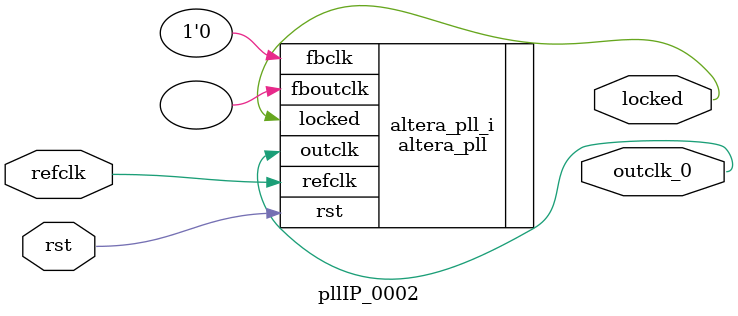
<source format=v>
`timescale 1ns/10ps
module  pllIP_0002(

	// interface 'refclk'
	input wire refclk,

	// interface 'reset'
	input wire rst,

	// interface 'outclk0'
	output wire outclk_0,

	// interface 'locked'
	output wire locked
);

	altera_pll #(
		.fractional_vco_multiplier("false"),
		.reference_clock_frequency("50.0 MHz"),
		.operation_mode("direct"),
		.number_of_clocks(1),
		.output_clock_frequency0("24.000000 MHz"),
		.phase_shift0("0 ps"),
		.duty_cycle0(50),
		.output_clock_frequency1("0 MHz"),
		.phase_shift1("0 ps"),
		.duty_cycle1(50),
		.output_clock_frequency2("0 MHz"),
		.phase_shift2("0 ps"),
		.duty_cycle2(50),
		.output_clock_frequency3("0 MHz"),
		.phase_shift3("0 ps"),
		.duty_cycle3(50),
		.output_clock_frequency4("0 MHz"),
		.phase_shift4("0 ps"),
		.duty_cycle4(50),
		.output_clock_frequency5("0 MHz"),
		.phase_shift5("0 ps"),
		.duty_cycle5(50),
		.output_clock_frequency6("0 MHz"),
		.phase_shift6("0 ps"),
		.duty_cycle6(50),
		.output_clock_frequency7("0 MHz"),
		.phase_shift7("0 ps"),
		.duty_cycle7(50),
		.output_clock_frequency8("0 MHz"),
		.phase_shift8("0 ps"),
		.duty_cycle8(50),
		.output_clock_frequency9("0 MHz"),
		.phase_shift9("0 ps"),
		.duty_cycle9(50),
		.output_clock_frequency10("0 MHz"),
		.phase_shift10("0 ps"),
		.duty_cycle10(50),
		.output_clock_frequency11("0 MHz"),
		.phase_shift11("0 ps"),
		.duty_cycle11(50),
		.output_clock_frequency12("0 MHz"),
		.phase_shift12("0 ps"),
		.duty_cycle12(50),
		.output_clock_frequency13("0 MHz"),
		.phase_shift13("0 ps"),
		.duty_cycle13(50),
		.output_clock_frequency14("0 MHz"),
		.phase_shift14("0 ps"),
		.duty_cycle14(50),
		.output_clock_frequency15("0 MHz"),
		.phase_shift15("0 ps"),
		.duty_cycle15(50),
		.output_clock_frequency16("0 MHz"),
		.phase_shift16("0 ps"),
		.duty_cycle16(50),
		.output_clock_frequency17("0 MHz"),
		.phase_shift17("0 ps"),
		.duty_cycle17(50),
		.pll_type("General"),
		.pll_subtype("General")
	) altera_pll_i (
		.rst	(rst),
		.outclk	({outclk_0}),
		.locked	(locked),
		.fboutclk	( ),
		.fbclk	(1'b0),
		.refclk	(refclk)
	);
endmodule


</source>
